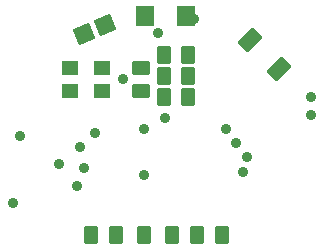
<source format=gbs>
G04 Layer: BottomSolderMaskLayer*
G04 EasyEDA v6.5.42, 2024-03-03 14:11:30*
G04 83aee20a283747e8b3d018c67651a6c0,ed70181f279245e6aff80281ee7dc86a,10*
G04 Gerber Generator version 0.2*
G04 Scale: 100 percent, Rotated: No, Reflected: No *
G04 Dimensions in millimeters *
G04 leading zeros omitted , absolute positions ,4 integer and 5 decimal *
%FSLAX45Y45*%
%MOMM*%

%AMMACRO1*1,1,$1,$2,$3*1,1,$1,$4,$5*1,1,$1,0-$2,0-$3*1,1,$1,0-$4,0-$5*20,1,$1,$2,$3,$4,$5,0*20,1,$1,$4,$5,0-$2,0-$3,0*20,1,$1,0-$2,0-$3,0-$4,0-$5,0*20,1,$1,0-$4,0-$5,$2,$3,0*4,1,4,$2,$3,$4,$5,0-$2,0-$3,0-$4,0-$5,$2,$3,0*%
%ADD10MACRO1,0.1016X-0.5X0.6885X0.5X0.6885*%
%ADD11R,1.4786X1.2341*%
%ADD12MACRO1,0.1016X-0.72X0.81X-0.72X-0.81*%
%ADD13MACRO1,0.1016X0.72X0.81X0.72X-0.81*%
%ADD14MACRO1,0.1016X0.99X0.2121X0.2121X0.9899*%
%ADD15MACRO1,0.1016X0.9899X0.2121X0.2121X0.9899*%
%ADD16MACRO1,0.1016X0.9127X-0.3459X0.3852X0.8968*%
%ADD17MACRO1,0.1016X-0.3852X-0.8968X-0.9127X0.3459*%
%ADD18MACRO1,0.1016X0.5X-0.6885X-0.5X-0.6885*%
%ADD19MACRO1,0.1016X0.6885X0.5X0.6885X-0.5*%
%ADD20C,0.9016*%

%LPD*%
D10*
G01*
X3479993Y3869993D03*
G01*
X3719992Y3869993D03*
G01*
X3929992Y3869993D03*
G01*
X4139991Y3869993D03*
G01*
X3239993Y3869993D03*
G01*
X3029993Y3869993D03*
D11*
G01*
X3119881Y5089982D03*
G01*
X3119881Y5289981D03*
D12*
G01*
X3836493Y5729988D03*
D13*
G01*
X3483491Y5729988D03*
D14*
G01*
X4620200Y5279781D03*
D15*
G01*
X4379782Y5520199D03*
D16*
G01*
X2967941Y5570914D03*
D17*
G01*
X3152046Y5649062D03*
D18*
G01*
X3850004Y5399987D03*
G01*
X3649979Y5399987D03*
G01*
X3850004Y5219978D03*
G01*
X3649979Y5219978D03*
G01*
X3850004Y5039994D03*
G01*
X3649979Y5039994D03*
D11*
G01*
X2850006Y5089982D03*
G01*
X2850006Y5289981D03*
D19*
G01*
X3449981Y5289981D03*
G01*
X3449981Y5089982D03*
D20*
G01*
X3899992Y5699988D03*
G01*
X4319981Y4409998D03*
G01*
X4350004Y4529988D03*
G01*
X4259986Y4649978D03*
G01*
X4169994Y4769993D03*
G01*
X3480003Y4769993D03*
G01*
X3059988Y4739995D03*
G01*
X2939999Y4619980D03*
G01*
X3599992Y5579998D03*
G01*
X3299993Y5189981D03*
G01*
X3659987Y4859985D03*
G01*
X2429992Y4709998D03*
G01*
X2369997Y4139996D03*
G01*
X2759989Y4469993D03*
G01*
X3480003Y4380001D03*
G01*
X4889982Y5039995D03*
G01*
X2969996Y4439996D03*
G01*
X2910001Y4289983D03*
G01*
X4889982Y4889982D03*
M02*

</source>
